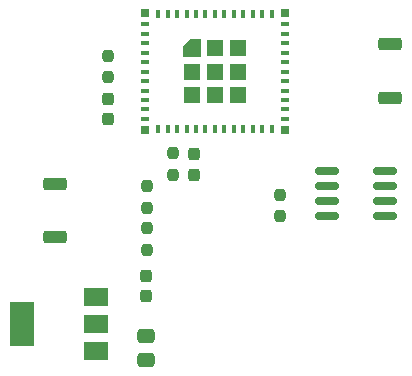
<source format=gtp>
%TF.GenerationSoftware,KiCad,Pcbnew,7.0.5*%
%TF.CreationDate,2023-09-05T15:51:43-07:00*%
%TF.ProjectId,esp32_basic_led_controller,65737033-325f-4626-9173-69635f6c6564,v01 Rev1.0*%
%TF.SameCoordinates,Original*%
%TF.FileFunction,Paste,Top*%
%TF.FilePolarity,Positive*%
%FSLAX46Y46*%
G04 Gerber Fmt 4.6, Leading zero omitted, Abs format (unit mm)*
G04 Created by KiCad (PCBNEW 7.0.5) date 2023-09-05 15:51:43*
%MOMM*%
%LPD*%
G01*
G04 APERTURE LIST*
G04 Aperture macros list*
%AMRoundRect*
0 Rectangle with rounded corners*
0 $1 Rounding radius*
0 $2 $3 $4 $5 $6 $7 $8 $9 X,Y pos of 4 corners*
0 Add a 4 corners polygon primitive as box body*
4,1,4,$2,$3,$4,$5,$6,$7,$8,$9,$2,$3,0*
0 Add four circle primitives for the rounded corners*
1,1,$1+$1,$2,$3*
1,1,$1+$1,$4,$5*
1,1,$1+$1,$6,$7*
1,1,$1+$1,$8,$9*
0 Add four rect primitives between the rounded corners*
20,1,$1+$1,$2,$3,$4,$5,0*
20,1,$1+$1,$4,$5,$6,$7,0*
20,1,$1+$1,$6,$7,$8,$9,0*
20,1,$1+$1,$8,$9,$2,$3,0*%
%AMFreePoly0*
4,1,6,0.725000,-0.725000,-0.725000,-0.725000,-0.725000,0.125000,-0.125000,0.725000,0.725000,0.725000,0.725000,-0.725000,0.725000,-0.725000,$1*%
G04 Aperture macros list end*
%ADD10RoundRect,0.275000X-0.725000X-0.275000X0.725000X-0.275000X0.725000X0.275000X-0.725000X0.275000X0*%
%ADD11RoundRect,0.275000X0.725000X0.275000X-0.725000X0.275000X-0.725000X-0.275000X0.725000X-0.275000X0*%
%ADD12RoundRect,0.237500X-0.237500X0.250000X-0.237500X-0.250000X0.237500X-0.250000X0.237500X0.250000X0*%
%ADD13RoundRect,0.237500X0.237500X-0.300000X0.237500X0.300000X-0.237500X0.300000X-0.237500X-0.300000X0*%
%ADD14RoundRect,0.250000X-0.475000X0.337500X-0.475000X-0.337500X0.475000X-0.337500X0.475000X0.337500X0*%
%ADD15R,2.000000X1.500000*%
%ADD16R,2.000000X3.800000*%
%ADD17R,0.700000X0.700000*%
%ADD18R,1.450000X1.450000*%
%ADD19FreePoly0,0.000000*%
%ADD20R,0.400000X0.800000*%
%ADD21R,0.800000X0.400000*%
%ADD22RoundRect,0.150000X-0.825000X-0.150000X0.825000X-0.150000X0.825000X0.150000X-0.825000X0.150000X0*%
%ADD23RoundRect,0.237500X-0.237500X0.287500X-0.237500X-0.287500X0.237500X-0.287500X0.237500X0.287500X0*%
G04 APERTURE END LIST*
D10*
%TO.C,SW2*%
X137700000Y-85150000D03*
X137700000Y-89650000D03*
%TD*%
D11*
%TO.C,SW1*%
X109300000Y-101450000D03*
X109300000Y-96950000D03*
%TD*%
D12*
%TO.C,R5*%
X119300000Y-94362500D03*
X119300000Y-96187500D03*
%TD*%
D13*
%TO.C,C2*%
X117000000Y-106462500D03*
X117000000Y-104737500D03*
%TD*%
D14*
%TO.C,C3*%
X117000000Y-109800000D03*
X117000000Y-111875000D03*
%TD*%
D12*
%TO.C,R4*%
X117094000Y-97131500D03*
X117094000Y-98956500D03*
%TD*%
D13*
%TO.C,C1*%
X113800000Y-91462500D03*
X113800000Y-89737500D03*
%TD*%
D12*
%TO.C,R1*%
X128400000Y-97887500D03*
X128400000Y-99712500D03*
%TD*%
D15*
%TO.C,U1*%
X112800000Y-111100000D03*
X112800000Y-108800000D03*
D16*
X106500000Y-108800000D03*
D15*
X112800000Y-106500000D03*
%TD*%
D12*
%TO.C,R3*%
X117094000Y-100687500D03*
X117094000Y-102512500D03*
%TD*%
D17*
%TO.C,U2*%
X116910000Y-82500000D03*
X116910000Y-92400000D03*
X128810000Y-92400000D03*
X128810000Y-82500000D03*
D18*
X124835000Y-89425000D03*
X124835000Y-87450000D03*
X124835000Y-85475000D03*
X122860000Y-89425000D03*
X122860000Y-87450000D03*
X122860000Y-85475000D03*
X120885000Y-89425000D03*
X120885000Y-87450000D03*
D19*
X120885000Y-85475000D03*
D20*
X118060000Y-82550000D03*
X118860000Y-82550000D03*
X119660000Y-82550000D03*
X120460000Y-82550000D03*
X121260000Y-82550000D03*
X122060000Y-82550000D03*
X122860000Y-82550000D03*
X123660000Y-82550000D03*
X124460000Y-82550000D03*
X125260000Y-82550000D03*
X126060000Y-82550000D03*
X126860000Y-82550000D03*
X127660000Y-82550000D03*
D21*
X128760000Y-83450000D03*
X128760000Y-84250000D03*
X128760000Y-85050000D03*
X128760000Y-85850000D03*
X128760000Y-86650000D03*
X128760000Y-87450000D03*
X128760000Y-88250000D03*
X128760000Y-89050000D03*
X128760000Y-89850000D03*
X128760000Y-90650000D03*
X128760000Y-91450000D03*
D20*
X127660000Y-92350000D03*
X126860000Y-92350000D03*
X126060000Y-92350000D03*
X125260000Y-92350000D03*
X124460000Y-92350000D03*
X123660000Y-92350000D03*
X122860000Y-92350000D03*
X122060000Y-92350000D03*
X121260000Y-92350000D03*
X120460000Y-92350000D03*
X119660000Y-92350000D03*
X118860000Y-92350000D03*
X118060000Y-92350000D03*
D21*
X116960000Y-91450000D03*
X116960000Y-90650000D03*
X116960000Y-89850000D03*
X116960000Y-89050000D03*
X116960000Y-88250000D03*
X116960000Y-87450000D03*
X116960000Y-86650000D03*
X116960000Y-85850000D03*
X116960000Y-85050000D03*
X116960000Y-84250000D03*
X116960000Y-83450000D03*
%TD*%
D22*
%TO.C,Q1*%
X137275000Y-95895000D03*
X137275000Y-97165000D03*
X137275000Y-98435000D03*
X137275000Y-99705000D03*
X132325000Y-99705000D03*
X132325000Y-98435000D03*
X132325000Y-97165000D03*
X132325000Y-95895000D03*
%TD*%
D12*
%TO.C,R2*%
X113800000Y-87912500D03*
X113800000Y-86087500D03*
%TD*%
D23*
%TO.C,D1*%
X121125000Y-94425000D03*
X121125000Y-96175000D03*
%TD*%
M02*

</source>
